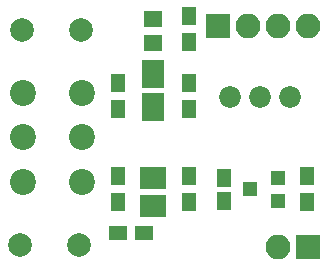
<source format=gts>
G04 #@! TF.GenerationSoftware,KiCad,Pcbnew,(5.0.0)*
G04 #@! TF.CreationDate,2018-08-27T21:34:21+10:00*
G04 #@! TF.ProjectId,BT,42542E6B696361645F70636200000000,rev?*
G04 #@! TF.SameCoordinates,Original*
G04 #@! TF.FileFunction,Soldermask,Top*
G04 #@! TF.FilePolarity,Negative*
%FSLAX46Y46*%
G04 Gerber Fmt 4.6, Leading zero omitted, Abs format (unit mm)*
G04 Created by KiCad (PCBNEW (5.0.0)) date 08/27/18 21:34:21*
%MOMM*%
%LPD*%
G01*
G04 APERTURE LIST*
%ADD10R,1.600000X1.300000*%
%ADD11C,2.000000*%
%ADD12C,2.200000*%
%ADD13R,1.300000X1.600000*%
%ADD14C,1.840000*%
%ADD15R,1.150000X1.600000*%
%ADD16R,1.300000X1.200000*%
%ADD17R,1.650000X1.400000*%
%ADD18R,1.901140X2.350720*%
%ADD19R,2.200860X1.949400*%
%ADD20O,2.100000X2.100000*%
%ADD21R,2.100000X2.100000*%
G04 APERTURE END LIST*
D10*
G04 #@! TO.C,R7*
X149200000Y-104600000D03*
X147000000Y-104600000D03*
G04 #@! TD*
D11*
G04 #@! TO.C,C5*
X138900000Y-87400000D03*
X143900000Y-87400000D03*
G04 #@! TD*
D12*
G04 #@! TO.C,RV3*
X139000000Y-92750000D03*
X139000000Y-96500000D03*
X139000000Y-100250000D03*
X144000000Y-92750000D03*
X144000000Y-96500000D03*
X144000000Y-100250000D03*
G04 #@! TD*
D13*
G04 #@! TO.C,R4*
X147000000Y-94100000D03*
X147000000Y-91900000D03*
G04 #@! TD*
D14*
G04 #@! TO.C,RV1*
X156500000Y-93100000D03*
X159040000Y-93100000D03*
X161580000Y-93100000D03*
G04 #@! TD*
D13*
G04 #@! TO.C,R1*
X147000000Y-99800000D03*
X147000000Y-102000000D03*
G04 #@! TD*
D15*
G04 #@! TO.C,C2*
X156000000Y-101850000D03*
X156000000Y-99950000D03*
G04 #@! TD*
D16*
G04 #@! TO.C,Q1*
X158200000Y-100900000D03*
X160600000Y-99950000D03*
X160600000Y-101850000D03*
G04 #@! TD*
D13*
G04 #@! TO.C,R2*
X153000000Y-102000000D03*
X153000000Y-99800000D03*
G04 #@! TD*
G04 #@! TO.C,R3*
X163000000Y-102000000D03*
X163000000Y-99800000D03*
G04 #@! TD*
G04 #@! TO.C,R5*
X153000000Y-91900000D03*
X153000000Y-94100000D03*
G04 #@! TD*
G04 #@! TO.C,R6*
X153000000Y-88400000D03*
X153000000Y-86200000D03*
G04 #@! TD*
D17*
G04 #@! TO.C,C4*
X150000000Y-86500000D03*
X150000000Y-88500000D03*
G04 #@! TD*
D18*
G04 #@! TO.C,C3*
X150003920Y-93893402D03*
X150003920Y-91145122D03*
G04 #@! TD*
D19*
G04 #@! TO.C,C1*
X150003920Y-102271302D03*
X150003920Y-99919262D03*
G04 #@! TD*
D20*
G04 #@! TO.C,J1*
X160560000Y-105800000D03*
D21*
X163100000Y-105800000D03*
G04 #@! TD*
D20*
G04 #@! TO.C,J2*
X163120000Y-87100000D03*
X160580000Y-87100000D03*
X158040000Y-87100000D03*
D21*
X155500000Y-87100000D03*
G04 #@! TD*
D11*
G04 #@! TO.C,C6*
X143700000Y-105600000D03*
X138700000Y-105600000D03*
G04 #@! TD*
M02*

</source>
